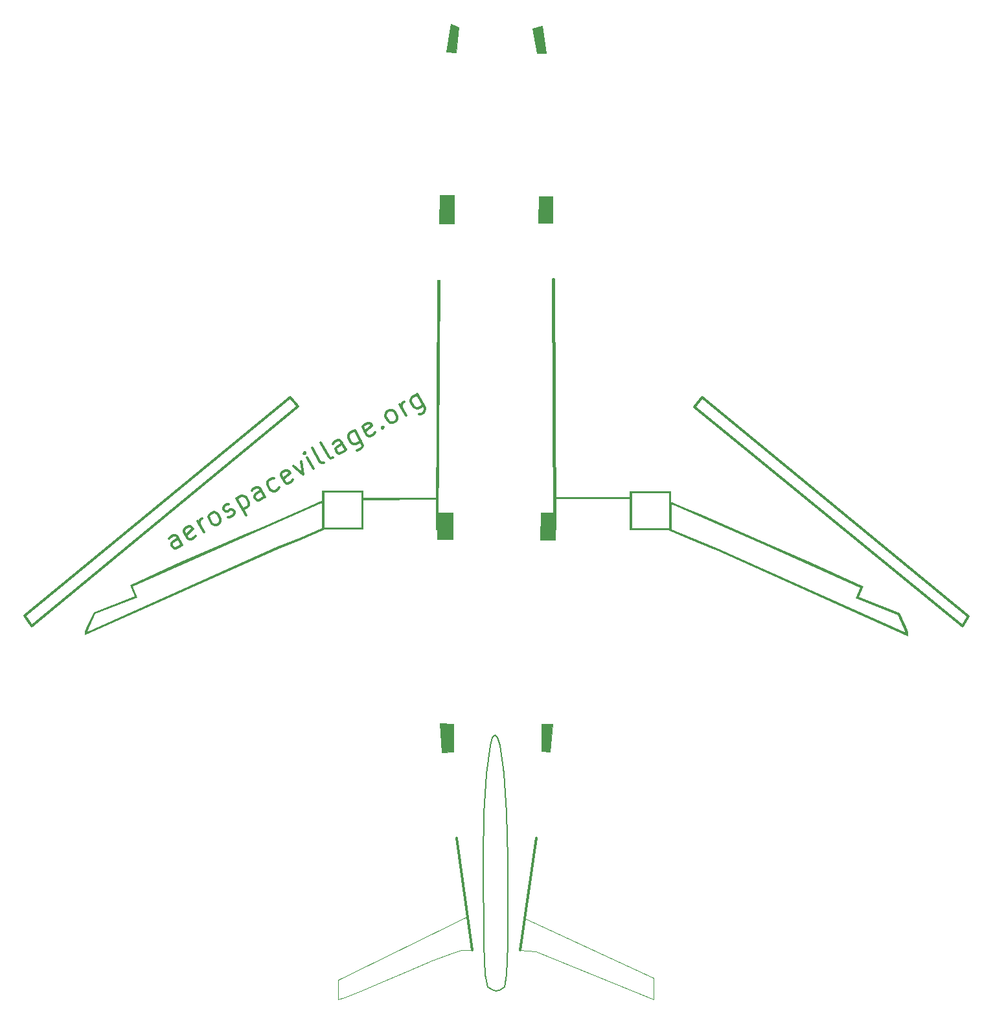
<source format=gto>
%TF.GenerationSoftware,KiCad,Pcbnew,5.1.6-c6e7f7d~86~ubuntu18.04.1*%
%TF.CreationDate,2020-06-23T08:01:43-04:00*%
%TF.ProjectId,aerospace_badge,6165726f-7370-4616-9365-5f6261646765,V02*%
%TF.SameCoordinates,Original*%
%TF.FileFunction,Legend,Top*%
%TF.FilePolarity,Positive*%
%FSLAX46Y46*%
G04 Gerber Fmt 4.6, Leading zero omitted, Abs format (unit mm)*
G04 Created by KiCad (PCBNEW 5.1.6-c6e7f7d~86~ubuntu18.04.1) date 2020-06-23 08:01:43*
%MOMM*%
%LPD*%
G01*
G04 APERTURE LIST*
%ADD10C,0.300000*%
%ADD11C,0.070115*%
%ADD12C,0.082608*%
%ADD13C,0.077942*%
%ADD14C,0.400000*%
%ADD15C,0.100000*%
%ADD16C,0.079375*%
%ADD17C,0.158750*%
G04 APERTURE END LIST*
D10*
X107302384Y-101436519D02*
X106647622Y-100302438D01*
X106425476Y-100155765D01*
X106159756Y-100171714D01*
X105747363Y-100409810D01*
X105600690Y-100631956D01*
X107242860Y-101333420D02*
X107096187Y-101555566D01*
X106580696Y-101853185D01*
X106314976Y-101869135D01*
X106092830Y-101722462D01*
X105973782Y-101516265D01*
X105957833Y-101250545D01*
X106104505Y-101028399D01*
X106619997Y-100730780D01*
X106766669Y-100508634D01*
X109098629Y-100261992D02*
X108951956Y-100484138D01*
X108539563Y-100722233D01*
X108273843Y-100738182D01*
X108051697Y-100591510D01*
X107575506Y-99766724D01*
X107559557Y-99501003D01*
X107706230Y-99278857D01*
X108118623Y-99040762D01*
X108384343Y-99024813D01*
X108606489Y-99171485D01*
X108725536Y-99377682D01*
X107813601Y-100179117D01*
X110189135Y-99769852D02*
X109355802Y-98326476D01*
X109593897Y-98738869D02*
X109577948Y-98473149D01*
X109621522Y-98310527D01*
X109768195Y-98088381D01*
X109974391Y-97969334D01*
X111838707Y-98817471D02*
X111572987Y-98833420D01*
X111410365Y-98789846D01*
X111188219Y-98643173D01*
X110831076Y-98024584D01*
X110815127Y-97758863D01*
X110858701Y-97596241D01*
X111005374Y-97374095D01*
X111314669Y-97195524D01*
X111580389Y-97179575D01*
X111743011Y-97223149D01*
X111965157Y-97369822D01*
X112322300Y-97988411D01*
X112338249Y-98254132D01*
X112294675Y-98416754D01*
X112148002Y-98638900D01*
X111838707Y-98817471D01*
X113325657Y-97821516D02*
X113591378Y-97805566D01*
X114003771Y-97567471D01*
X114150443Y-97345325D01*
X114134494Y-97079605D01*
X114074970Y-96976507D01*
X113852824Y-96829834D01*
X113587104Y-96845783D01*
X113277809Y-97024355D01*
X113012089Y-97040304D01*
X112789943Y-96893631D01*
X112730419Y-96790533D01*
X112714470Y-96524813D01*
X112861143Y-96302667D01*
X113170437Y-96124095D01*
X113436158Y-96108146D01*
X114407617Y-95409810D02*
X115657617Y-97574873D01*
X114467140Y-95512908D02*
X114613813Y-95290762D01*
X115026206Y-95052667D01*
X115291927Y-95036717D01*
X115454549Y-95080292D01*
X115676694Y-95226965D01*
X116033837Y-95845554D01*
X116049787Y-96111275D01*
X116006212Y-96273897D01*
X115859540Y-96496043D01*
X115447146Y-96734138D01*
X115181426Y-96750087D01*
X118127701Y-95186519D02*
X117472939Y-94052438D01*
X117250793Y-93905765D01*
X116985073Y-93921714D01*
X116572680Y-94159810D01*
X116426007Y-94381956D01*
X118068177Y-95083420D02*
X117921505Y-95305566D01*
X117406013Y-95603185D01*
X117140293Y-95619135D01*
X116918147Y-95472462D01*
X116799100Y-95266265D01*
X116783150Y-95000545D01*
X116929823Y-94778399D01*
X117445314Y-94480780D01*
X117591987Y-94258634D01*
X120027044Y-93952468D02*
X119880372Y-94174614D01*
X119467979Y-94412709D01*
X119202258Y-94428659D01*
X119039636Y-94385084D01*
X118817490Y-94238411D01*
X118460348Y-93619822D01*
X118444398Y-93354101D01*
X118487973Y-93191479D01*
X118634645Y-92969334D01*
X119047038Y-92731238D01*
X119312759Y-92715289D01*
X121779715Y-92940563D02*
X121633042Y-93162709D01*
X121220649Y-93400804D01*
X120954929Y-93416754D01*
X120732783Y-93270081D01*
X120256592Y-92445295D01*
X120240643Y-92179575D01*
X120387316Y-91957429D01*
X120799709Y-91719334D01*
X121065429Y-91703384D01*
X121287575Y-91850057D01*
X121406623Y-92056253D01*
X120494688Y-92857688D01*
X121830691Y-91124095D02*
X123179516Y-92269852D01*
X122861674Y-90528857D01*
X124519794Y-91496043D02*
X123686460Y-90052667D01*
X123269794Y-89330979D02*
X123226219Y-89493601D01*
X123388841Y-89537176D01*
X123432416Y-89374553D01*
X123269794Y-89330979D01*
X123388841Y-89537176D01*
X125860071Y-90722233D02*
X125594351Y-90738182D01*
X125372205Y-90591510D01*
X124300776Y-88735741D01*
X126994152Y-90067471D02*
X126728432Y-90083420D01*
X126506286Y-89936748D01*
X125434857Y-88080979D01*
X128746822Y-89055566D02*
X128092060Y-87921485D01*
X127869915Y-87774813D01*
X127604194Y-87790762D01*
X127191801Y-88028857D01*
X127045128Y-88251003D01*
X128687298Y-88952468D02*
X128540626Y-89174614D01*
X128025134Y-89472233D01*
X127759414Y-89488182D01*
X127537268Y-89341510D01*
X127418221Y-89135313D01*
X127402271Y-88869593D01*
X127548944Y-88647447D01*
X128064435Y-88349828D01*
X128211108Y-88127682D01*
X129872356Y-86481238D02*
X130884261Y-88233909D01*
X130900210Y-88499629D01*
X130856636Y-88662251D01*
X130709963Y-88884397D01*
X130400668Y-89062968D01*
X130134948Y-89078918D01*
X130646165Y-87821516D02*
X130499493Y-88043662D01*
X130087100Y-88281757D01*
X129821379Y-88297706D01*
X129658757Y-88254132D01*
X129436611Y-88107459D01*
X129079469Y-87488869D01*
X129063519Y-87223149D01*
X129107094Y-87060527D01*
X129253766Y-86838381D01*
X129666159Y-86600286D01*
X129931880Y-86584337D01*
X132501934Y-86750087D02*
X132355261Y-86972233D01*
X131942868Y-87210328D01*
X131677148Y-87226278D01*
X131455002Y-87079605D01*
X130978812Y-86254819D01*
X130962862Y-85989098D01*
X131109535Y-85766953D01*
X131521928Y-85528857D01*
X131787648Y-85512908D01*
X132009794Y-85659581D01*
X132128842Y-85865777D01*
X131216907Y-86667212D01*
X133473393Y-86051751D02*
X133636015Y-86095325D01*
X133592441Y-86257947D01*
X133429819Y-86214373D01*
X133473393Y-86051751D01*
X133592441Y-86257947D01*
X134932718Y-85484138D02*
X134666998Y-85500087D01*
X134504376Y-85456513D01*
X134282230Y-85309840D01*
X133925087Y-84691250D01*
X133909138Y-84425530D01*
X133952712Y-84262908D01*
X134099385Y-84040762D01*
X134408679Y-83862191D01*
X134674400Y-83846241D01*
X134837022Y-83889816D01*
X135059168Y-84036488D01*
X135416311Y-84655078D01*
X135432260Y-84920798D01*
X135388686Y-85083420D01*
X135242013Y-85305566D01*
X134932718Y-85484138D01*
X136582290Y-84531757D02*
X135748957Y-83088381D01*
X135987052Y-83500774D02*
X135971103Y-83235054D01*
X136014677Y-83072432D01*
X136161350Y-82850286D01*
X136367546Y-82731238D01*
X138017119Y-81778857D02*
X139029023Y-83531528D01*
X139044973Y-83797248D01*
X139001398Y-83959870D01*
X138854726Y-84182016D01*
X138545431Y-84360587D01*
X138279711Y-84376537D01*
X138790928Y-83119135D02*
X138644255Y-83341281D01*
X138231862Y-83579376D01*
X137966142Y-83595325D01*
X137803520Y-83551751D01*
X137581374Y-83405078D01*
X137224231Y-82786488D01*
X137208282Y-82520768D01*
X137251856Y-82358146D01*
X137398529Y-82136000D01*
X137810922Y-81897905D01*
X138076642Y-81881956D01*
D11*
%TO.C,J8*%
G36*
X156033262Y-97260581D02*
G01*
X154188872Y-97260581D01*
X154153372Y-100772021D01*
X156068702Y-100807521D01*
X156033262Y-97260581D01*
G37*
X156033262Y-97260581D02*
X154188872Y-97260581D01*
X154153372Y-100772021D01*
X156068702Y-100807521D01*
X156033262Y-97260581D01*
G36*
X140639676Y-97225111D02*
G01*
X142696883Y-97225111D01*
X142668603Y-100741341D01*
X140675145Y-100736341D01*
X140639676Y-97225111D01*
G37*
X140639676Y-97225111D02*
X142696883Y-97225111D01*
X142668603Y-100741341D01*
X140675145Y-100736341D01*
X140639676Y-97225111D01*
G36*
X155714042Y-124820081D02*
G01*
X154259812Y-124802381D01*
X154259812Y-128420231D01*
X155430292Y-128491131D01*
X155714042Y-124820081D01*
G37*
X155714042Y-124820081D02*
X154259812Y-124802381D01*
X154259812Y-128420231D01*
X155430292Y-128491131D01*
X155714042Y-124820081D01*
G36*
X141029836Y-124766871D02*
G01*
X142785558Y-124802371D01*
X142803288Y-128491161D01*
X141278119Y-128526661D01*
X141029836Y-124766871D01*
G37*
X141029836Y-124766871D02*
X142785558Y-124802371D01*
X142803288Y-128491161D01*
X141278119Y-128526661D01*
X141029836Y-124766871D01*
G36*
X155753122Y-55891101D02*
G01*
X153947332Y-55891101D01*
X153897132Y-59427441D01*
X155728002Y-59427441D01*
X155753122Y-55891101D01*
G37*
X155753122Y-55891101D02*
X153947332Y-55891101D01*
X153897132Y-59427441D01*
X155728002Y-59427441D01*
X155753122Y-55891101D01*
G36*
X140980745Y-55765691D02*
G01*
X142861782Y-55740591D01*
X142861782Y-59502661D01*
X140955665Y-59477561D01*
X140980745Y-55765691D01*
G37*
X140980745Y-55765691D02*
X142861782Y-55740591D01*
X142861782Y-59502661D01*
X140955665Y-59477561D01*
X140980745Y-55765691D01*
D12*
G36*
X154365072Y-33620523D02*
G01*
X153136862Y-33951967D01*
X153724112Y-37214091D01*
X154919262Y-37164411D01*
X154365072Y-33620523D01*
G37*
X154365072Y-33620523D02*
X153136862Y-33951967D01*
X153724112Y-37214091D01*
X154919262Y-37164411D01*
X154365072Y-33620523D01*
D13*
G36*
X142434180Y-33429968D02*
G01*
X143494142Y-33828902D01*
X143120042Y-37120105D01*
X141873020Y-37045305D01*
X142434180Y-33429968D01*
G37*
X142434180Y-33429968D02*
X143494142Y-33828902D01*
X143120042Y-37120105D01*
X141873020Y-37045305D01*
X142434180Y-33429968D01*
D14*
X156033262Y-99388731D02*
X155784982Y-66792621D01*
D15*
G36*
X140688929Y-66826601D02*
G01*
X140476038Y-99494571D01*
X140874476Y-99496571D01*
X141087366Y-66828601D01*
X140688929Y-66826601D01*
G37*
D16*
X152116462Y-150243731D02*
X168949062Y-158057141D01*
X168949062Y-158057141D02*
X168980262Y-160797831D01*
X168980262Y-160797831D02*
X153576222Y-154521881D01*
X153576222Y-154521881D02*
X151508732Y-154342641D01*
X151508732Y-154342641D02*
X152116462Y-150243731D01*
X145267912Y-154348961D02*
X143833242Y-154409661D01*
X143833242Y-154409661D02*
X142490063Y-154802306D01*
X142490063Y-154802306D02*
X140012788Y-155763246D01*
X140012788Y-155763246D02*
X136890323Y-157055831D01*
X136890323Y-157055831D02*
X133611575Y-158443412D01*
X133611575Y-158443412D02*
X130665450Y-159689341D01*
X130665450Y-159689341D02*
X128540855Y-160556967D01*
X128540855Y-160556967D02*
X127726697Y-160809641D01*
X127726697Y-160809641D02*
X127688107Y-158294551D01*
X127688107Y-158294551D02*
X144642492Y-149992921D01*
X144642492Y-149992921D02*
X145267912Y-154348961D01*
D10*
X143188050Y-139734988D02*
X145269575Y-154356834D01*
X145269575Y-154356834D02*
X143188050Y-139734988D01*
X153646325Y-139734988D02*
X151489352Y-154356834D01*
X151489352Y-154356834D02*
X153646325Y-139734988D01*
D17*
X148230062Y-126238841D02*
X147880682Y-126608271D01*
X147880682Y-126608271D02*
X147578432Y-127640791D01*
X147578432Y-127640791D02*
X147107752Y-131320151D01*
X147107752Y-131320151D02*
X146802892Y-136526971D01*
X146802892Y-136526971D02*
X146648752Y-142511311D01*
X146648752Y-142511311D02*
X146732152Y-153812801D01*
X146732152Y-153812801D02*
X146939442Y-157630071D01*
X146939442Y-157630071D02*
X147236962Y-159225111D01*
X147236962Y-159225111D02*
X147828512Y-159588571D01*
X147828512Y-159588571D02*
X148322482Y-159726461D01*
X148322482Y-159726461D02*
X148823462Y-159613671D01*
X148823462Y-159613671D02*
X149436042Y-159225111D01*
X149436042Y-159225111D02*
X149735152Y-157601551D01*
X149735152Y-157601551D02*
X149923372Y-153765191D01*
X149923372Y-153765191D02*
X149931372Y-142451281D01*
X149931372Y-142451281D02*
X149733992Y-136472301D01*
X149733992Y-136472301D02*
X149390452Y-131277711D01*
X149390452Y-131277711D02*
X148891942Y-127616791D01*
X148891942Y-127616791D02*
X148581812Y-126595621D01*
X148581812Y-126595621D02*
X148229632Y-126238841D01*
X148229632Y-126238841D02*
X148230062Y-126238841D01*
D10*
X121413151Y-82125069D02*
X86756868Y-110717121D01*
X86756868Y-110717121D02*
X87659655Y-112020919D01*
X87659655Y-112020919D02*
X122471485Y-83379255D01*
X122471485Y-83379255D02*
X121413151Y-82125069D01*
X175303399Y-82125069D02*
X174287442Y-83391659D01*
X174287442Y-83391659D02*
X209349900Y-112020919D01*
X209349900Y-112020919D02*
X210052184Y-110817374D01*
X210052184Y-110817374D02*
X175303399Y-82125069D01*
D15*
G36*
X113218179Y-101076561D02*
G01*
X100897873Y-106881391D01*
X113339280Y-101352091D01*
X125579553Y-95998481D01*
X125565883Y-99262151D01*
X122690839Y-100515601D01*
X119804164Y-101674261D01*
X119798264Y-101676261D01*
X94938889Y-112797361D01*
X94938889Y-112766161D01*
X95288498Y-111961471D01*
X95995530Y-110481001D01*
X101501389Y-108291551D01*
X100897873Y-106881391D01*
X113218179Y-101076561D01*
X107334023Y-103606571D01*
X100505288Y-106726951D01*
X101104897Y-108125391D01*
X95776773Y-110246491D01*
X95017007Y-111836331D01*
X94640054Y-112701561D01*
X94634154Y-113262111D01*
X119905639Y-101957421D01*
X119915439Y-101953421D01*
X122861464Y-100769761D01*
X125774814Y-99500291D01*
X125864654Y-99461191D01*
X125891074Y-95550751D01*
X123776387Y-96468656D01*
X121663118Y-97388309D01*
X119550964Y-98309317D01*
X117439625Y-99231290D01*
X115328798Y-100153836D01*
X113218182Y-101076561D01*
X113218179Y-101076561D01*
G37*
G36*
X140692835Y-95248481D02*
G01*
X130726038Y-95283581D01*
X130726038Y-95584371D01*
X140692835Y-95549171D01*
X140692835Y-95248481D01*
G37*
G36*
X165964322Y-95160591D02*
G01*
X155997522Y-95195791D01*
X155997522Y-95494621D01*
X165964322Y-95459521D01*
X165964322Y-95160591D01*
G37*
G36*
X165835412Y-94422311D02*
G01*
X166136192Y-94721131D01*
X170942832Y-94721131D01*
X170942832Y-99246531D01*
X166136192Y-99246531D01*
X166136192Y-94721131D01*
X165835412Y-94422311D01*
X165835412Y-99545351D01*
X171243612Y-99545351D01*
X171243612Y-94422311D01*
X169440879Y-94422311D01*
X167638145Y-94422311D01*
X165835412Y-94422311D01*
G37*
G36*
X183639342Y-101208851D02*
G01*
X195959742Y-107013681D01*
X183518332Y-101484381D01*
X171278062Y-96130771D01*
X171277932Y-96130771D01*
X171291632Y-99394441D01*
X174166672Y-100647891D01*
X177053352Y-101806551D01*
X177059352Y-101808551D01*
X201918722Y-112929651D01*
X201918722Y-112898451D01*
X201569112Y-112093761D01*
X200862082Y-110613291D01*
X195356222Y-108423841D01*
X195959742Y-107013681D01*
X183639342Y-101208851D01*
X189523492Y-103738861D01*
X196352232Y-106859241D01*
X195752622Y-108257681D01*
X201080742Y-110378781D01*
X201840512Y-111968621D01*
X202217462Y-112833851D01*
X202223462Y-113394401D01*
X176951982Y-102089711D01*
X176941982Y-102085711D01*
X173995952Y-100902051D01*
X171082602Y-99632581D01*
X170992802Y-99593481D01*
X170966402Y-95683041D01*
X173081092Y-96600946D01*
X175194362Y-97520599D01*
X177306516Y-98441607D01*
X179417855Y-99363580D01*
X181528683Y-100286126D01*
X183639302Y-101208851D01*
X183639342Y-101208851D01*
G37*
G36*
X125611348Y-94328771D02*
G01*
X125912128Y-94627591D01*
X130718768Y-94627591D01*
X130718768Y-99152991D01*
X125912128Y-99152991D01*
X125912128Y-94627591D01*
X125611348Y-94328771D01*
X125611348Y-99451811D01*
X131019548Y-99451811D01*
X131019548Y-94328771D01*
X129216815Y-94328771D01*
X127414081Y-94328771D01*
X125611348Y-94328771D01*
G37*
%TD*%
M02*

</source>
